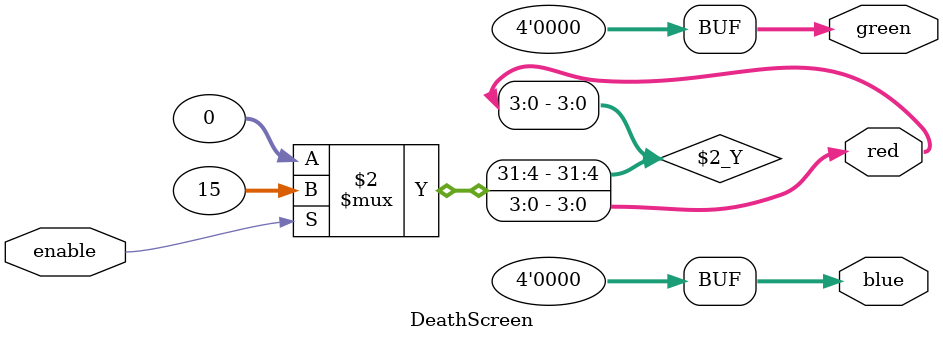
<source format=v>
module Sprites(state, x, y, clk, red, green, blue, dinoX, dinoY, obsX, obsY);
	input clk, state;
	input [9:0] x, y;
	input [11:0] dinoX, dinoY, obsX, obsY;
	output reg [3:0] red, green, blue;
	
	wire [3:0] floorRed, floorBlue, floorGreen;
	Floor drawFloor(1, floorRed, floorGreen, floorBlue);
	
	wire [3:0] dinoRed, dinoBlue, dinoGreen;
	Dino drawDino(1, dinoRed, dinoGreen, dinoBlue);
	
	wire [3:0] obsRed, obsBlue, obsGreen;
	Cactus drawCactus(1, obsRed, obsGreen, obsBlue);
	
	wire [3:0] deathScreenRed, deathScreenBlue, deathScreenGreen;
	DeathScreen ded(1, deathScreenRed, deathScreenGreen, deathScreenBlue);
	
	always @(x||y) begin
		//First D
		if (((170 <= x && x < 190 && 80 <= y && y < 180) || (190 <= x && x < 230 && 80 <= y && y < 100) || 
			(190 <= x && x < 230 && 160 <= y && y < 180) ||
			(230 <= x && x < 240 && 80 <= y && y < 180) ||
			(240 <= x && x < 250 && 90 <= y && y < 170)) && state == 1) begin
				red <= deathScreenRed;
				green <= deathScreenGreen;
				blue <= deathScreenBlue;
		end
			
		//E
		else if (((290 <= x && x < 310 && 80 <= y && y < 180) ||
			(310 <= x && x < 370 && 80 <= y && y < 100) ||
			(310 <= x && x < 360 && 120 <= y && y < 140) ||
			(310 <= x && x < 370 && 160 <= y && y < 180)) && state == 1) begin 
				red <= deathScreenRed;
				green <= deathScreenGreen;
				blue <= deathScreenBlue;
		end
			
		//Second D
		else if (((410 <= x && x < 430 && 80 <= y && y < 180) ||
			(430 <= x && x < 470 && 80 <= y && y < 100) ||
			(430 <= x && x < 470 && 160 <= y && y < 180) ||
			(470 <= x && x < 480 && 80 <= y && y < 180) ||
			(480 <= x && x < 490 && 90 <= y && y < 170)) && state == 1) begin
				red <= deathScreenRed;
				green <= deathScreenGreen;
				blue <= deathScreenBlue;
		end
		//Floor
		else if (y >= 460) begin
			red <= floorRed;
			green <= floorGreen;
			blue <= floorBlue;
		end
		//Dino
		else if (
		dinoX < x && 
		x < 60 && 
		dinoY > y && 
		y > (dinoY - 30)
		) begin
			  red <= dinoRed;
			  green <= dinoGreen;
			  blue <= dinoBlue;
		end
		//Obstacle
		else if (obsX < x && x < (obsX + 15) && obsY < y && y < 459) begin
			if ((y % 2) == 0 && (x < (obsX + 3) || x > (obsX + 11))) begin
				red <= 0;
				green <= 0;
				blue <= 0;
			end
			else begin
				red <= obsRed;
				green <= obsGreen;
				blue <= obsBlue;
			end
		end
		else begin
			red <= 0;
			green <= 0;
			blue <= 0;
		end
	end

endmodule

module Dino(enable, red, green, blue);

	input enable;
	output [3:0] red, green, blue;
	
	assign red = (enable) ? 0 : 0;
	assign green = (enable) ? 4'hF : 0;
	assign blue = (enable) ? 0 : 0;

endmodule

module Cactus(enable, red, green, blue);

	input enable;
	output [3:0] red, green, blue;
	
	assign red = (enable) ? 0 : 0;
	assign green = (enable) ? 4'h4 : 0;
	assign blue = (enable) ? 0 : 0;
	
endmodule

module Floor(enable, red, green, blue);

	input enable;
	output [3:0] red, green, blue;
	
	assign red = (enable) ? 4'hF : 0;
	assign green = (enable) ? 4'hA : 0;
	assign blue = (enable) ? 0 : 0;

endmodule

module DeathScreen(enable, red, green, blue);

	input enable;
	output [3:0] red, green, blue;
	
	assign red = (enable) ? 4'hFF : 0;
	assign green = (enable) ? 0 : 0;
	assign blue = (enable) ? 0 : 0;

endmodule


</source>
